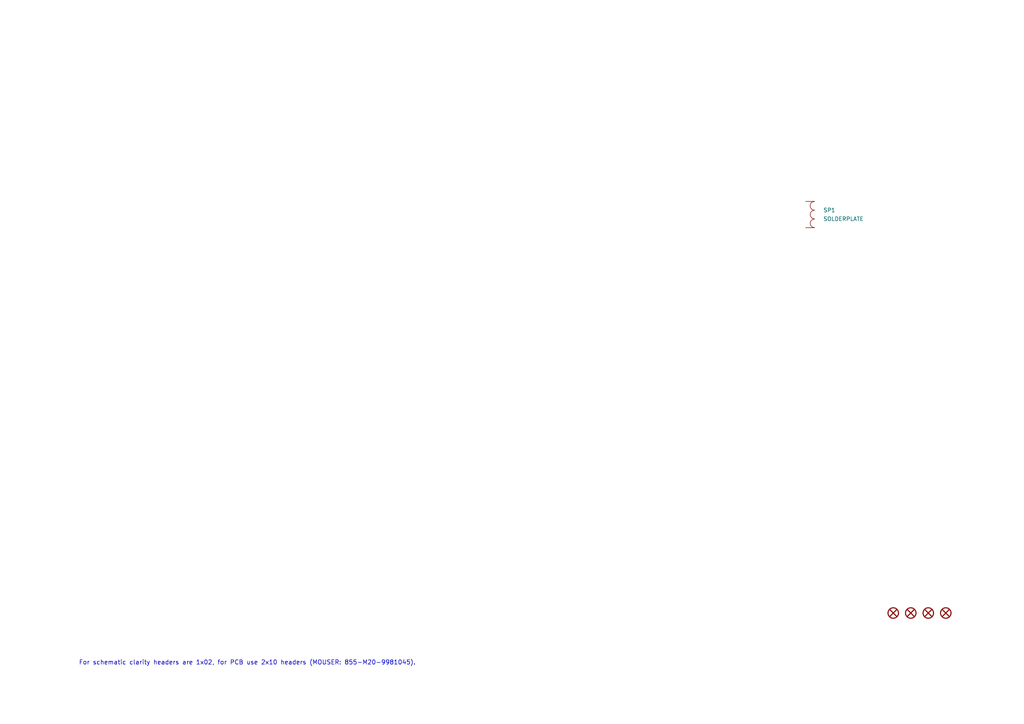
<source format=kicad_sch>
(kicad_sch (version 20211123) (generator eeschema)
  (paper "A4")
  (title_block (title "Reflow Solder Plate") (date "01/2023") (rev "A"))
  (lib_symbols
    (symbol "tronixio:MOUNTING-HOLE-3MM-MASK" (pin_numbers hide) (pin_names (offset 0) hide)
      (symbol "MOUNTING-HOLE-3MM-MASK_0_1"
        (polyline (pts (xy -1.016 -1.016) (xy 1.016 1.016)) (stroke (width 0.3)))
        (polyline (pts (xy 1.016 -1.016) (xy -1.016 1.016)) (stroke (width 0.3)))
        (circle (center 0 0) (radius 1.524) (stroke (width 0.3)))
      )
    )
    (symbol "tronixio:SOLDERPLATE" (pin_numbers hide) (pin_names (offset 0) hide)
      (property "Reference" "SP" (at 0 2.54 0))
      (property "Value" "SOLDERPLATE" (at 0 -10.16 0))
      (symbol "SOLDERPLATE_0_1"
        (arc (start 2.54 0) (mid 1.2377 -1.27) (end 2.54 -2.54))
        (arc (start 2.5719 -5.08) (mid 1.2696 -6.35) (end 2.5719 -7.62))
        (arc (start 2.5719 -2.54) (mid 1.2696 -3.81) (end 2.5719 -5.08))
      )
      (symbol "SOLDERPLATE_1_1"
        (pin passive line (at 0 0 0) (length 2.54) (name "~") (number "1"))
        (pin passive line (at 0 -7.62 0) (length 2.54) (name "~") (number "2"))
      )
    )
  )
  (text "For schematic clarity headers are 1x02, for PCB use 2x10 headers (MOUSER: 855-M20-9981045)." (at 22.86 193.04 0) (effects (font (size 1.27 1.27)) (justify left bottom)))
  (symbol (lib_id "tronixio:MOUNTING-HOLE-3MM-MASK") (at 259.08 177.8 0) (unit 1)
    (property "Reference" "H1" (effects hide))
    (property "Value" "KEYSTONE-9056" (effects hide))
    (property "Footprint" "tronixio:MOUNTING-HOLE-3MM-MASK" (effects hide))
  )
  (symbol (lib_id "tronixio:MOUNTING-HOLE-3MM-MASK") (at 274.32 177.8 0) (unit 1)
    (property "Reference" "H4" (effects hide))
    (property "Value" "KEYSTONE-9056" (effects hide))
    (property "Footprint" "tronixio:MOUNTING-HOLE-3MM-MASK" (effects hide))
  )
  (symbol (lib_id "tronixio:MOUNTING-HOLE-3MM-MASK") (at 269.24 177.8 0) (unit 1)
    (property "Reference" "H3" (effects hide))
    (property "Value" "KEYSTONE-9056" (effects hide))
    (property "Footprint" "tronixio:MOUNTING-HOLE-3MM-MASK" (effects hide))
  )
  (symbol (lib_id "tronixio:SOLDERPLATE") (at 233.68 58.42 0) (unit 1)
    (property "Reference" "SP1" (at 238.76 60.9599 0) (effects (font (size 1.15 1.15)) (justify left)))
    (property "Value" "SOLDERPLATE" (at 238.76 63.4999 0) (effects (font (size 1.15 1.15)) (justify left)))
    (property "Footprint" "tronixio:SOLDERPLATE" (effects hide))
    (property "Datasheet" "https://github.com/AfterEarthLTD/Solder-Reflow-Plate" (effects hide))
  )
  (symbol (lib_id "tronixio:MOUNTING-HOLE-3MM-MASK") (at 264.16 177.8 0) (unit 1)
    (property "Reference" "H2" (effects hide))
    (property "Value" "KEYSTONE-9056" (effects hide))
    (property "Footprint" "tronixio:MOUNTING-HOLE-3MM-MASK" (effects hide))
  )
)
</source>
